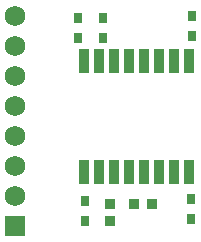
<source format=gbr>
%TF.GenerationSoftware,Altium Limited,Altium Designer,24.4.1 (13)*%
G04 Layer_Color=8388736*
%FSLAX45Y45*%
%MOMM*%
%TF.SameCoordinates,881402D5-0203-4901-B5EA-5A78FED384BD*%
%TF.FilePolarity,Negative*%
%TF.FileFunction,Soldermask,Top*%
%TF.Part,Single*%
G01*
G75*
%TA.AperFunction,SMDPad,CuDef*%
%ADD10R,0.80000X0.90000*%
%ADD12R,0.85872X0.91213*%
%ADD13R,0.91213X0.95872*%
%ADD21R,0.90320X2.13320*%
%TA.AperFunction,ComponentPad*%
%ADD22C,1.75320*%
%ADD23R,1.75320X1.75320*%
D10*
X14939017Y5597117D02*
D03*
Y5767117D02*
D03*
X14723117Y5597117D02*
D03*
Y5767117D02*
D03*
X15687517Y5613517D02*
D03*
Y5783517D02*
D03*
X14783116Y4047117D02*
D03*
Y4217117D02*
D03*
X15683116Y4067117D02*
D03*
Y4237117D02*
D03*
D12*
X15195445Y4192117D02*
D03*
X15350787D02*
D03*
D13*
X14993117Y4194788D02*
D03*
Y4049446D02*
D03*
D21*
X14778616Y4461117D02*
D03*
X14905617D02*
D03*
X15032617D02*
D03*
X15159618D02*
D03*
X15286617D02*
D03*
X15413617D02*
D03*
X15540617D02*
D03*
X15667616D02*
D03*
Y5403117D02*
D03*
X15540617D02*
D03*
X15413617D02*
D03*
X15286617D02*
D03*
X15159618D02*
D03*
X15032617D02*
D03*
X14905617D02*
D03*
X14778616D02*
D03*
D22*
X14192317Y5021617D02*
D03*
Y4767617D02*
D03*
Y4513617D02*
D03*
Y4259617D02*
D03*
Y5275617D02*
D03*
Y5529617D02*
D03*
Y5783617D02*
D03*
D23*
Y4005617D02*
D03*
%TF.MD5,9f4b01039828aad5acaecad667a55512*%
M02*

</source>
